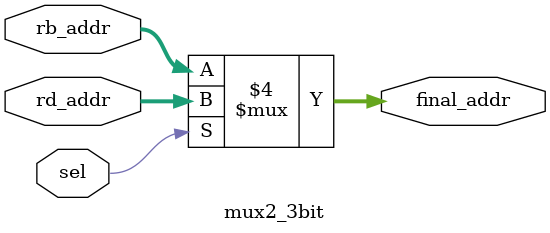
<source format=sv>
`timescale 1ns / 1ps


module mux2_3bit (
    input [2:0] rd_addr,
    input [2:0] rb_addr,
    input sel,
    output [2:0] final_addr
    ); 
    reg [2:0] final_addr;

    always @(rd_addr,rb_addr,final_addr)
    begin
        if(sel == 0) 
            final_addr = rb_addr; 
        else
            final_addr = rd_addr;
    end
    
endmodule


</source>
